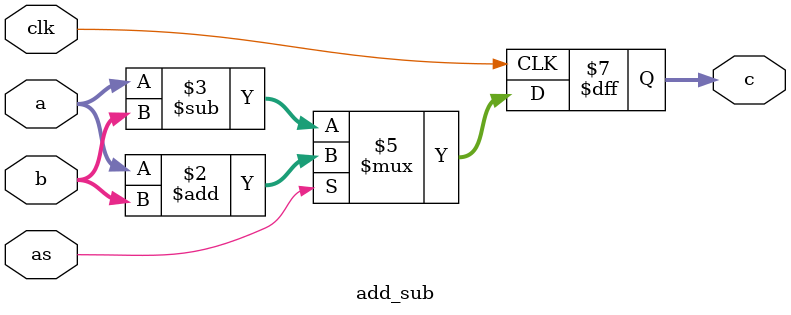
<source format=v>
`timescale 1ns/1ps

module add_sub(clk,a,b,c, as);
  input [2:0] a,b;
  input as;
  input clk; 
  output reg [3:0] c;
  always @ ( posedge clk )
    if(as) c <= a + b;
    else   c <= a - b;
endmodule

</source>
